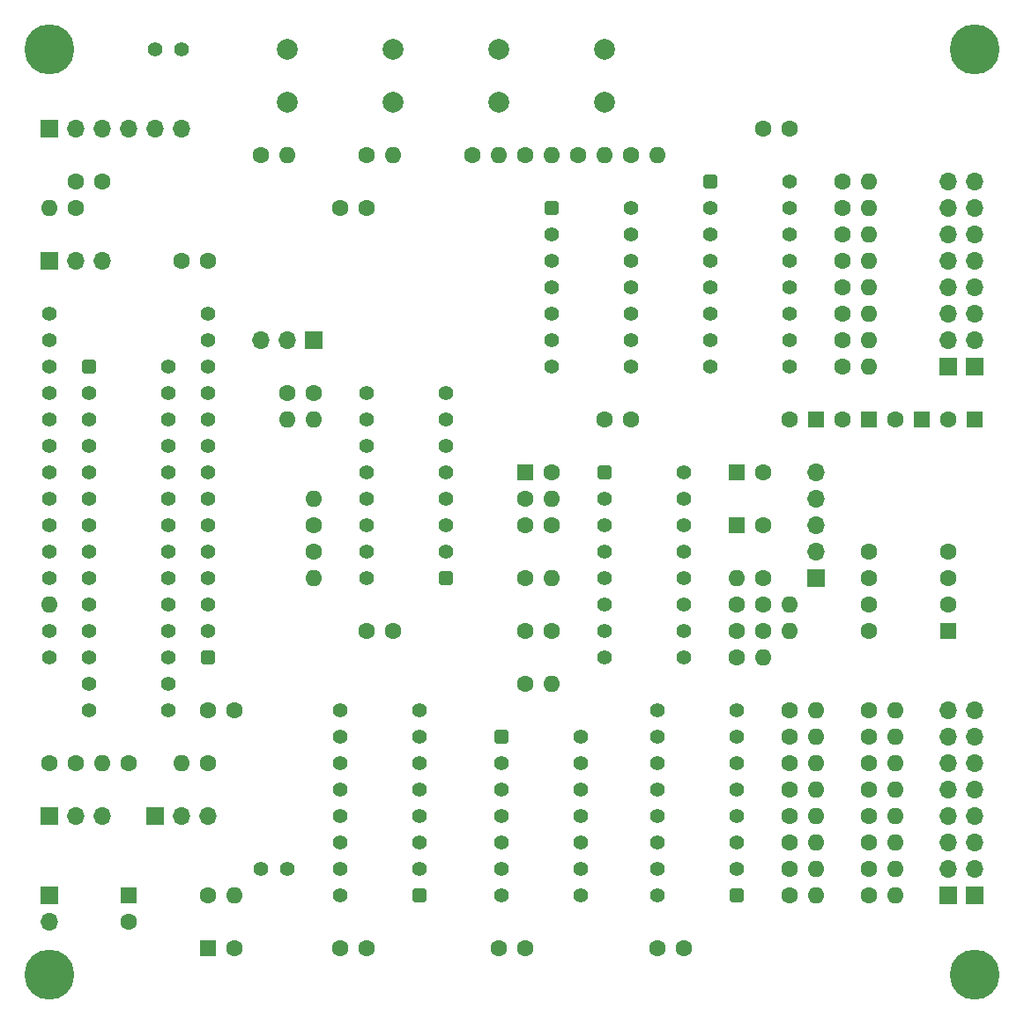
<source format=gbr>
%TF.GenerationSoftware,KiCad,Pcbnew,7.0.2-0*%
%TF.CreationDate,2024-01-28T22:05:15+09:00*%
%TF.ProjectId,cpu-bd,6370752d-6264-42e6-9b69-6361645f7063,rev?*%
%TF.SameCoordinates,Original*%
%TF.FileFunction,Soldermask,Bot*%
%TF.FilePolarity,Negative*%
%FSLAX46Y46*%
G04 Gerber Fmt 4.6, Leading zero omitted, Abs format (unit mm)*
G04 Created by KiCad (PCBNEW 7.0.2-0) date 2024-01-28 22:05:15*
%MOMM*%
%LPD*%
G01*
G04 APERTURE LIST*
G04 Aperture macros list*
%AMRoundRect*
0 Rectangle with rounded corners*
0 $1 Rounding radius*
0 $2 $3 $4 $5 $6 $7 $8 $9 X,Y pos of 4 corners*
0 Add a 4 corners polygon primitive as box body*
4,1,4,$2,$3,$4,$5,$6,$7,$8,$9,$2,$3,0*
0 Add four circle primitives for the rounded corners*
1,1,$1+$1,$2,$3*
1,1,$1+$1,$4,$5*
1,1,$1+$1,$6,$7*
1,1,$1+$1,$8,$9*
0 Add four rect primitives between the rounded corners*
20,1,$1+$1,$2,$3,$4,$5,0*
20,1,$1+$1,$4,$5,$6,$7,0*
20,1,$1+$1,$6,$7,$8,$9,0*
20,1,$1+$1,$8,$9,$2,$3,0*%
G04 Aperture macros list end*
%ADD10C,1.600000*%
%ADD11O,1.600000X1.600000*%
%ADD12C,1.400000*%
%ADD13C,2.000000*%
%ADD14RoundRect,0.350000X-0.350000X-0.350000X0.350000X-0.350000X0.350000X0.350000X-0.350000X0.350000X0*%
%ADD15RoundRect,0.350000X0.350000X0.350000X-0.350000X0.350000X-0.350000X-0.350000X0.350000X-0.350000X0*%
%ADD16R,1.600000X1.600000*%
%ADD17C,4.800000*%
%ADD18R,1.700000X1.700000*%
%ADD19O,1.700000X1.700000*%
G04 APERTURE END LIST*
D10*
%TO.C,C1*%
X167640000Y-50800000D03*
X170180000Y-50800000D03*
%TD*%
%TO.C,R22*%
X167640000Y-93980000D03*
D11*
X165100000Y-93980000D03*
%TD*%
D12*
%TO.C,TP6*%
X119380000Y-121920000D03*
X121920000Y-121920000D03*
%TD*%
D13*
%TO.C,SW3*%
X142240000Y-48260000D03*
X142240000Y-43180000D03*
%TD*%
D14*
%TO.C,IC3*%
X102870000Y-73660000D03*
D12*
X102870000Y-76200000D03*
X102870000Y-78740000D03*
X102870000Y-81280000D03*
X102870000Y-83820000D03*
X102870000Y-86360000D03*
X102870000Y-88900000D03*
X102870000Y-91440000D03*
X102870000Y-93980000D03*
X102870000Y-96520000D03*
X102870000Y-99060000D03*
X102870000Y-101600000D03*
X102870000Y-104140000D03*
X102870000Y-106680000D03*
X110490000Y-106680000D03*
X110490000Y-104140000D03*
X110490000Y-101600000D03*
X110490000Y-99060000D03*
X110490000Y-96520000D03*
X110490000Y-93980000D03*
X110490000Y-91440000D03*
X110490000Y-88900000D03*
X110490000Y-86360000D03*
X110490000Y-83820000D03*
X110490000Y-81280000D03*
X110490000Y-78740000D03*
X110490000Y-76200000D03*
X110490000Y-73660000D03*
%TD*%
D15*
%TO.C,IC5*%
X137160000Y-93980000D03*
D12*
X137160000Y-91440000D03*
X137160000Y-88900000D03*
X137160000Y-86360000D03*
X137160000Y-83820000D03*
X137160000Y-81280000D03*
X137160000Y-78740000D03*
X137160000Y-76200000D03*
X129540000Y-76200000D03*
X129540000Y-78740000D03*
X129540000Y-81280000D03*
X129540000Y-83820000D03*
X129540000Y-86360000D03*
X129540000Y-88900000D03*
X129540000Y-91440000D03*
X129540000Y-93980000D03*
%TD*%
D10*
%TO.C,R44*%
X177771000Y-124460000D03*
D11*
X180311000Y-124460000D03*
%TD*%
D10*
%TO.C,C6*%
X144780000Y-88900000D03*
X147320000Y-88900000D03*
%TD*%
D16*
%TO.C,C12*%
X106680000Y-124460000D03*
D10*
X106680000Y-127000000D03*
%TD*%
D16*
%TO.C,D5*%
X144780000Y-83820000D03*
D10*
X147320000Y-83820000D03*
%TD*%
D13*
%TO.C,SW2*%
X132080000Y-48260000D03*
X132080000Y-43180000D03*
%TD*%
D10*
%TO.C,R41*%
X114300000Y-124460000D03*
D11*
X116840000Y-124460000D03*
%TD*%
D10*
%TO.C,R37*%
X170180000Y-119380000D03*
D11*
X172720000Y-119380000D03*
%TD*%
D10*
%TO.C,R19*%
X144780000Y-86360000D03*
D11*
X147320000Y-86360000D03*
%TD*%
D10*
%TO.C,R12*%
X175231000Y-68580000D03*
D11*
X177771000Y-68580000D03*
%TD*%
D17*
%TO.C,TP2*%
X187960000Y-43180000D03*
%TD*%
D16*
%TO.C,D6*%
X165100000Y-83820000D03*
D10*
X167640000Y-83820000D03*
%TD*%
%TO.C,C7*%
X132080000Y-99060000D03*
X129540000Y-99060000D03*
%TD*%
%TO.C,R18*%
X124460000Y-88900000D03*
D11*
X124460000Y-86360000D03*
%TD*%
D10*
%TO.C,R13*%
X175231000Y-66040000D03*
D11*
X177771000Y-66040000D03*
%TD*%
D10*
%TO.C,R42*%
X170180000Y-121920000D03*
D11*
X172720000Y-121920000D03*
%TD*%
D10*
%TO.C,R14*%
X175231000Y-71120000D03*
D11*
X177771000Y-71120000D03*
%TD*%
D16*
%TO.C,D3*%
X182880000Y-78740000D03*
D10*
X180340000Y-78740000D03*
%TD*%
D18*
%TO.C,J3*%
X124460000Y-71120000D03*
D19*
X121920000Y-71120000D03*
X119380000Y-71120000D03*
%TD*%
D18*
%TO.C,J7*%
X99060000Y-116840000D03*
D19*
X101600000Y-116840000D03*
X104140000Y-116840000D03*
%TD*%
D18*
%TO.C,J4*%
X185420000Y-73660000D03*
D19*
X185420000Y-71120000D03*
X185420000Y-68580000D03*
X185420000Y-66040000D03*
X185420000Y-63500000D03*
X185420000Y-60960000D03*
X185420000Y-58420000D03*
X185420000Y-55880000D03*
%TD*%
D10*
%TO.C,R11*%
X175231000Y-63500000D03*
D11*
X177771000Y-63500000D03*
%TD*%
D10*
%TO.C,C15*%
X160020000Y-129540000D03*
X157480000Y-129540000D03*
%TD*%
D14*
%TO.C,IC7*%
X142494000Y-109220000D03*
D12*
X142494000Y-111760000D03*
X142494000Y-114300000D03*
X142494000Y-116840000D03*
X142494000Y-119380000D03*
X142494000Y-121920000D03*
X142494000Y-124460000D03*
X150114000Y-124460000D03*
X150114000Y-121920000D03*
X150114000Y-119380000D03*
X150114000Y-116840000D03*
X150114000Y-114300000D03*
X150114000Y-111760000D03*
X150114000Y-109220000D03*
%TD*%
D10*
%TO.C,R28*%
X170180000Y-106680000D03*
D11*
X172720000Y-106680000D03*
%TD*%
D16*
%TO.C,SW5*%
X185430000Y-99050000D03*
D10*
X185430000Y-96510000D03*
X185430000Y-93970000D03*
X185430000Y-91430000D03*
X177810000Y-91430000D03*
X177810000Y-93970000D03*
X177810000Y-96510000D03*
X177810000Y-99050000D03*
%TD*%
%TO.C,R36*%
X177800000Y-111760000D03*
D11*
X180340000Y-111760000D03*
%TD*%
D10*
%TO.C,R8*%
X175260000Y-55880000D03*
D11*
X177800000Y-55880000D03*
%TD*%
D10*
%TO.C,C2*%
X101600000Y-55880000D03*
X104140000Y-55880000D03*
%TD*%
%TO.C,R38*%
X170209000Y-116840000D03*
D11*
X172749000Y-116840000D03*
%TD*%
D10*
%TO.C,R29*%
X177771000Y-109220000D03*
D11*
X180311000Y-109220000D03*
%TD*%
D14*
%TO.C,IC1*%
X147320000Y-58420000D03*
D12*
X147320000Y-60960000D03*
X147320000Y-63500000D03*
X147320000Y-66040000D03*
X147320000Y-68580000D03*
X147320000Y-71120000D03*
X147320000Y-73660000D03*
X154940000Y-73660000D03*
X154940000Y-71120000D03*
X154940000Y-68580000D03*
X154940000Y-66040000D03*
X154940000Y-63500000D03*
X154940000Y-60960000D03*
X154940000Y-58420000D03*
%TD*%
D10*
%TO.C,R9*%
X175260000Y-58420000D03*
D11*
X177800000Y-58420000D03*
%TD*%
D14*
%TO.C,IC4*%
X152400000Y-83820000D03*
D12*
X152400000Y-86360000D03*
X152400000Y-88900000D03*
X152400000Y-91440000D03*
X152400000Y-93980000D03*
X152400000Y-96520000D03*
X152400000Y-99060000D03*
X152400000Y-101600000D03*
X160020000Y-101600000D03*
X160020000Y-99060000D03*
X160020000Y-96520000D03*
X160020000Y-93980000D03*
X160020000Y-91440000D03*
X160020000Y-88900000D03*
X160020000Y-86360000D03*
X160020000Y-83820000D03*
%TD*%
D10*
%TO.C,C14*%
X144780000Y-129540000D03*
X142240000Y-129540000D03*
%TD*%
%TO.C,C9*%
X165100000Y-99060000D03*
X165100000Y-96520000D03*
%TD*%
D18*
%TO.C,J10*%
X185420000Y-124460000D03*
D19*
X185420000Y-121920000D03*
X185420000Y-119380000D03*
X185420000Y-116840000D03*
X185420000Y-114300000D03*
X185420000Y-111760000D03*
X185420000Y-109220000D03*
X185420000Y-106680000D03*
%TD*%
D18*
%TO.C,J1*%
X99060000Y-50800000D03*
D19*
X101600000Y-50800000D03*
X104140000Y-50800000D03*
X106680000Y-50800000D03*
X109220000Y-50800000D03*
X111760000Y-50800000D03*
%TD*%
D16*
%TO.C,D4*%
X187960000Y-78740000D03*
D10*
X185420000Y-78740000D03*
%TD*%
%TO.C,R25*%
X144780000Y-104140000D03*
D11*
X147320000Y-104140000D03*
%TD*%
D10*
%TO.C,R26*%
X165100000Y-101600000D03*
D11*
X167640000Y-101600000D03*
%TD*%
D10*
%TO.C,C4*%
X114300000Y-63500000D03*
X111760000Y-63500000D03*
%TD*%
%TO.C,C5*%
X154940000Y-78740000D03*
X152400000Y-78740000D03*
%TD*%
%TO.C,R5*%
X149860000Y-53340000D03*
D11*
X152400000Y-53340000D03*
%TD*%
D10*
%TO.C,R33*%
X170180000Y-111760000D03*
D11*
X172720000Y-111760000D03*
%TD*%
D18*
%TO.C,J5*%
X187960000Y-73660000D03*
D19*
X187960000Y-71120000D03*
X187960000Y-68580000D03*
X187960000Y-66040000D03*
X187960000Y-63500000D03*
X187960000Y-60960000D03*
X187960000Y-58420000D03*
X187960000Y-55880000D03*
%TD*%
D12*
%TO.C,TP5*%
X109220000Y-43180000D03*
X111760000Y-43180000D03*
%TD*%
D10*
%TO.C,R35*%
X177800000Y-114300000D03*
D11*
X180340000Y-114300000D03*
%TD*%
D10*
%TO.C,C10*%
X114300000Y-106680000D03*
X116840000Y-106680000D03*
%TD*%
%TO.C,C3*%
X129540000Y-58420000D03*
X127000000Y-58420000D03*
%TD*%
D13*
%TO.C,SW4*%
X152400000Y-48260000D03*
X152400000Y-43180000D03*
%TD*%
D10*
%TO.C,R6*%
X154940000Y-53340000D03*
D11*
X157480000Y-53340000D03*
%TD*%
D14*
%TO.C,IC2*%
X162560000Y-55880000D03*
D12*
X162560000Y-58420000D03*
X162560000Y-60960000D03*
X162560000Y-63500000D03*
X162560000Y-66040000D03*
X162560000Y-68580000D03*
X162560000Y-71120000D03*
X162560000Y-73660000D03*
X170180000Y-73660000D03*
X170180000Y-71120000D03*
X170180000Y-68580000D03*
X170180000Y-66040000D03*
X170180000Y-63500000D03*
X170180000Y-60960000D03*
X170180000Y-58420000D03*
X170180000Y-55880000D03*
%TD*%
D10*
%TO.C,R40*%
X177771000Y-119380000D03*
D11*
X180311000Y-119380000D03*
%TD*%
D15*
%TO.C,IC6*%
X114300000Y-101600000D03*
D12*
X114300000Y-99060000D03*
X114300000Y-96520000D03*
X114300000Y-93980000D03*
X114300000Y-91440000D03*
X114300000Y-88900000D03*
X114300000Y-86360000D03*
X114300000Y-83820000D03*
X114300000Y-81280000D03*
X114300000Y-78740000D03*
X114300000Y-76200000D03*
X114300000Y-73660000D03*
X114300000Y-71120000D03*
X114300000Y-68580000D03*
X99060000Y-68580000D03*
X99060000Y-71120000D03*
X99060000Y-73660000D03*
X99060000Y-76200000D03*
X99060000Y-78740000D03*
X99060000Y-81280000D03*
X99060000Y-83820000D03*
X99060000Y-86360000D03*
X99060000Y-88900000D03*
X99060000Y-91440000D03*
X99060000Y-93980000D03*
D11*
X99060000Y-96520000D03*
D12*
X99060000Y-99060000D03*
X99060000Y-101600000D03*
%TD*%
D10*
%TO.C,R1*%
X119380000Y-53340000D03*
D11*
X121920000Y-53340000D03*
%TD*%
D10*
%TO.C,R2*%
X129540000Y-53340000D03*
D11*
X132080000Y-53340000D03*
%TD*%
D17*
%TO.C,TP3*%
X99060000Y-132080000D03*
%TD*%
D18*
%TO.C,J2*%
X99060000Y-63500000D03*
D19*
X101600000Y-63500000D03*
X104140000Y-63500000D03*
%TD*%
D18*
%TO.C,J11*%
X187960000Y-124460000D03*
D19*
X187960000Y-121920000D03*
X187960000Y-119380000D03*
X187960000Y-116840000D03*
X187960000Y-114300000D03*
X187960000Y-111760000D03*
X187960000Y-109220000D03*
X187960000Y-106680000D03*
%TD*%
D10*
%TO.C,R4*%
X144780000Y-53340000D03*
D11*
X147320000Y-53340000D03*
%TD*%
D10*
%TO.C,R45*%
X177771000Y-121920000D03*
D11*
X180311000Y-121920000D03*
%TD*%
D18*
%TO.C,J8*%
X109220000Y-116840000D03*
D19*
X111760000Y-116840000D03*
X114300000Y-116840000D03*
%TD*%
D10*
%TO.C,R30*%
X177800000Y-106680000D03*
D11*
X180340000Y-106680000D03*
%TD*%
D10*
%TO.C,R31*%
X106680000Y-111760000D03*
D11*
X104140000Y-111760000D03*
%TD*%
D16*
%TO.C,D7*%
X165100000Y-88900000D03*
D10*
X167640000Y-88900000D03*
%TD*%
%TO.C,R39*%
X177800000Y-116840000D03*
D11*
X180340000Y-116840000D03*
%TD*%
D10*
%TO.C,R43*%
X170180000Y-124460000D03*
D11*
X172720000Y-124460000D03*
%TD*%
D10*
%TO.C,R3*%
X139700000Y-53340000D03*
D11*
X142240000Y-53340000D03*
%TD*%
D10*
%TO.C,C11*%
X101600000Y-111760000D03*
X99060000Y-111760000D03*
%TD*%
D13*
%TO.C,SW1*%
X121920000Y-48260000D03*
X121920000Y-43180000D03*
%TD*%
D17*
%TO.C,TP4*%
X187960000Y-132080000D03*
%TD*%
%TO.C,TP1*%
X99060000Y-43180000D03*
%TD*%
D10*
%TO.C,R23*%
X167640000Y-99060000D03*
D11*
X170180000Y-99060000D03*
%TD*%
D18*
%TO.C,J9*%
X99060000Y-124460000D03*
D19*
X99060000Y-127000000D03*
%TD*%
D10*
%TO.C,R10*%
X175231000Y-60960000D03*
D11*
X177771000Y-60960000D03*
%TD*%
D16*
%TO.C,D8*%
X114300000Y-129540000D03*
D10*
X116840000Y-129540000D03*
%TD*%
%TO.C,R34*%
X170180000Y-114300000D03*
D11*
X172720000Y-114300000D03*
%TD*%
D10*
%TO.C,R20*%
X124460000Y-91440000D03*
D11*
X124460000Y-93980000D03*
%TD*%
D10*
%TO.C,C13*%
X129540000Y-129540000D03*
X127000000Y-129540000D03*
%TD*%
D16*
%TO.C,D1*%
X172720000Y-78740000D03*
D10*
X170180000Y-78740000D03*
%TD*%
D15*
%TO.C,IC9*%
X165100000Y-124460000D03*
D12*
X165100000Y-121920000D03*
X165100000Y-119380000D03*
X165100000Y-116840000D03*
X165100000Y-114300000D03*
X165100000Y-111760000D03*
X165100000Y-109220000D03*
X165100000Y-106680000D03*
X157480000Y-106680000D03*
X157480000Y-109220000D03*
X157480000Y-111760000D03*
X157480000Y-114300000D03*
X157480000Y-116840000D03*
X157480000Y-119380000D03*
X157480000Y-121920000D03*
X157480000Y-124460000D03*
%TD*%
D10*
%TO.C,R24*%
X167640000Y-96520000D03*
D11*
X170180000Y-96520000D03*
%TD*%
D10*
%TO.C,R27*%
X170180000Y-109220000D03*
D11*
X172720000Y-109220000D03*
%TD*%
D10*
%TO.C,C8*%
X147320000Y-99060000D03*
X144780000Y-99060000D03*
%TD*%
D15*
%TO.C,IC8*%
X134593950Y-124460000D03*
D12*
X134593950Y-121920000D03*
X134593950Y-119380000D03*
X134593950Y-116840000D03*
X134593950Y-114300000D03*
X134593950Y-111760000D03*
X134593950Y-109220000D03*
X134593950Y-106680000D03*
X126973950Y-106680000D03*
X126973950Y-109220000D03*
X126973950Y-111760000D03*
X126973950Y-114300000D03*
X126973950Y-116840000D03*
X126973950Y-119380000D03*
X126973950Y-121920000D03*
X126973950Y-124460000D03*
%TD*%
D18*
%TO.C,J6*%
X172720000Y-93980000D03*
D19*
X172720000Y-91440000D03*
X172720000Y-88900000D03*
X172720000Y-86360000D03*
X172720000Y-83820000D03*
%TD*%
D10*
%TO.C,R16*%
X124460000Y-76200000D03*
D11*
X124460000Y-78740000D03*
%TD*%
D10*
%TO.C,R15*%
X175231000Y-73660000D03*
D11*
X177771000Y-73660000D03*
%TD*%
D10*
%TO.C,R17*%
X121920000Y-76200000D03*
D11*
X121920000Y-78740000D03*
%TD*%
D16*
%TO.C,D2*%
X177800000Y-78740000D03*
D10*
X175260000Y-78740000D03*
%TD*%
%TO.C,R21*%
X144780000Y-93980000D03*
D11*
X147320000Y-93980000D03*
%TD*%
D10*
%TO.C,R7*%
X101600000Y-58420000D03*
D11*
X99060000Y-58420000D03*
%TD*%
D10*
%TO.C,R32*%
X114300000Y-111760000D03*
D11*
X111760000Y-111760000D03*
%TD*%
M02*

</source>
